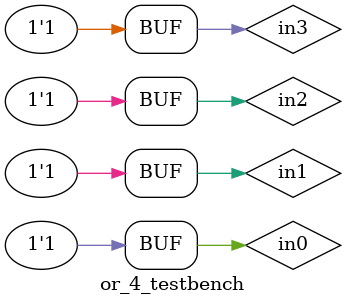
<source format=sv>
`timescale 10ps/1ps

module or_4 (
output logic out,
input logic in0, 
input logic in1, 
input logic in2, 
input logic in3
);

	or #(5) (out, in0, in1, in2, in3); // 4 input or gate
	
endmodule

	
module or_4_testbench (); // Tests all possible input combinations
	logic out, in0, in1, in2, in3;
	
	or_4 dut (.out, .in0, .in1, .in2, .in3);
	
	initial begin
		for (int i = 0; i < 16; i++) begin
			{in0, in1, in2, in3} = i; #30;
		end
	end
endmodule

</source>
